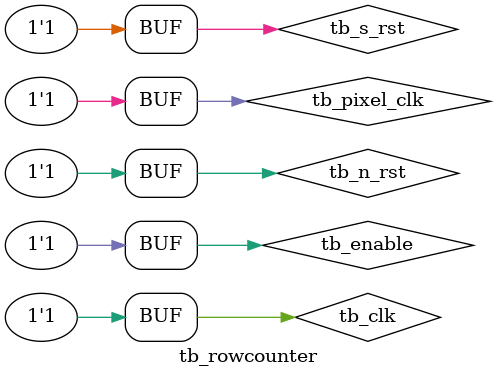
<source format=sv>
`timescale 1ns / 10ps

module tb_rowcounter();
  
  // Define parameters
	parameter CLK_PERIOD				= 6.66;
	parameter PIXEL_PERIOD  = 40;
  
  reg tb_clk;
  reg tb_n_rst;
	reg tb_s_rst;
	reg tb_enable;
	reg tb_pixel_clk;
	reg [19:0] tb_countout;
	reg tb_flag;

	rowcounter DUT
	(
		.clk(tb_clk),
		.n_rst(tb_n_rst),
		.s_rst(tb_s_rst),
		.enable(tb_enable),
		.pixel_clk(tb_pixel_clk),
		.countout(tb_countout),
		.flag(tb_flag)
	);
	
	always
	begin : CLK_GEN
		tb_clk = 1'b0;
		#(CLK_PERIOD / 2);
		tb_clk = 1'b1;
		#(CLK_PERIOD / 2);
	end
	
	always
	begin : PIXEL_GEN
		tb_pixel_clk = 1'b0;
		#(PIXEL_PERIOD / 6);
		tb_pixel_clk = 1'b0;
		#(PIXEL_PERIOD / 6);
		tb_pixel_clk = 1'b0;
		#(PIXEL_PERIOD / 6);
		tb_pixel_clk = 1'b0;
		#(PIXEL_PERIOD / 6);
		tb_pixel_clk = 1'b0;
		#(PIXEL_PERIOD / 6);
		tb_pixel_clk = 1'b1;
		#(PIXEL_PERIOD / 6);
	end
	
	initial
	begin 
		tb_n_rst = 0;
	  tb_s_rst = 1;
	  tb_enable = 0;
	  #1;
	  tb_n_rst = 1;
	  tb_s_rst = 1;
	  tb_enable = 0;
	  #10;
	  tb_enable= 1;
	  
	  
    
	end 
	
endmodule
</source>
